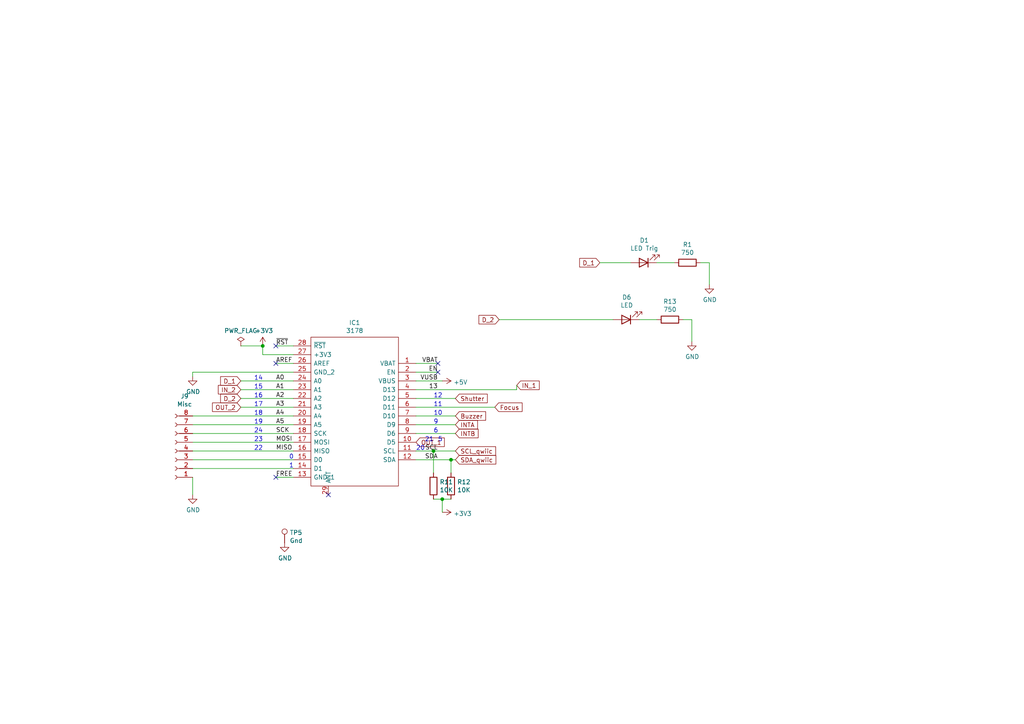
<source format=kicad_sch>
(kicad_sch (version 20230121) (generator eeschema)
  (paper "A4")
  (lib_symbols
    (symbol "CameraTriggerSensorNodeOnly-rescue:+3.3V-power" (power) (pin_names (offset 0))
      (property "Value" "+3.3V-power" (at 0 3.556 0))
      (symbol "+3.3V-power_0_1"
        (polyline (pts (xy -0.762 1.27) (xy 0 2.54)))
        (polyline (pts (xy 0 0) (xy 0 2.54)))
        (polyline (pts (xy 0 2.54) (xy 0.762 1.27)))
      )
      (symbol "+3.3V-power_1_1"
        (pin power_in line (at 0 0 90) (length 0) hide (name "+3V3") (number "1"))
      )
    )
    (symbol "CameraTriggerSensorNodeOnly-rescue:3178-SamacSys_Parts" (pin_names (offset 0.762))
      (property "Reference" "IC" (at 49.53 15.24 0))
      (property "Value" "3178-SamacSys_Parts" (at 49.53 12.7 0))
      (symbol "3178-SamacSys_Parts_0_0"
        (pin unspecified line (at 12.7 15.24 270) (length 5.08) (name "VBAT") (number "1"))
        (pin unspecified line (at 35.56 15.24 270) (length 5.08) (name "D5") (number "10"))
        (pin unspecified line (at 38.1 15.24 270) (length 5.08) (name "SCL") (number "11"))
        (pin unspecified line (at 40.64 15.24 270) (length 5.08) (name "SDA") (number "12"))
        (pin unspecified line (at 45.72 -20.32 90) (length 5.08) (name "GND_1") (number "13"))
        (pin unspecified line (at 43.18 -20.32 90) (length 5.08) (name "D1") (number "14"))
        (pin unspecified line (at 40.64 -20.32 90) (length 5.08) (name "D0") (number "15"))
        (pin unspecified line (at 38.1 -20.32 90) (length 5.08) (name "MISO") (number "16"))
        (pin unspecified line (at 35.56 -20.32 90) (length 5.08) (name "MOSI") (number "17"))
        (pin unspecified line (at 33.02 -20.32 90) (length 5.08) (name "SCK") (number "18"))
        (pin unspecified line (at 30.48 -20.32 90) (length 5.08) (name "A5") (number "19"))
        (pin unspecified line (at 15.24 15.24 270) (length 5.08) (name "EN") (number "2"))
        (pin unspecified line (at 27.94 -20.32 90) (length 5.08) (name "A4") (number "20"))
        (pin unspecified line (at 25.4 -20.32 90) (length 5.08) (name "A3") (number "21"))
        (pin unspecified line (at 22.86 -20.32 90) (length 5.08) (name "A2") (number "22"))
        (pin unspecified line (at 20.32 -20.32 90) (length 5.08) (name "A1") (number "23"))
        (pin unspecified line (at 17.78 -20.32 90) (length 5.08) (name "A0") (number "24"))
        (pin unspecified line (at 15.24 -20.32 90) (length 5.08) (name "GND_2") (number "25"))
        (pin unspecified line (at 12.7 -20.32 90) (length 5.08) (name "AREF") (number "26"))
        (pin unspecified line (at 10.16 -20.32 90) (length 5.08) (name "+3V3") (number "27"))
        (pin unspecified line (at 7.62 -20.32 90) (length 5.08) (name "~{RST}") (number "28"))
        (pin unspecified line (at 17.78 15.24 270) (length 5.08) (name "VBUS") (number "3"))
        (pin unspecified line (at 20.32 15.24 270) (length 5.08) (name "D13") (number "4"))
        (pin unspecified line (at 22.86 15.24 270) (length 5.08) (name "D12") (number "5"))
        (pin unspecified line (at 25.4 15.24 270) (length 5.08) (name "D11") (number "6"))
        (pin unspecified line (at 27.94 15.24 270) (length 5.08) (name "D10") (number "7"))
        (pin unspecified line (at 30.48 15.24 270) (length 5.08) (name "D9") (number "8"))
        (pin unspecified line (at 33.02 15.24 270) (length 5.08) (name "D6") (number "9"))
      )
      (symbol "3178-SamacSys_Parts_0_1"
        (polyline (pts (xy 5.08 10.16) (xy 48.26 10.16) (xy 48.26 -15.24) (xy 5.08 -15.24) (xy 5.08 10.16)) (stroke (width 0.1524)))
      )
      (symbol "3178-SamacSys_Parts_1_1"
        (pin output line (at 50.8 -10.16 180) (length 2.54) (name "ANT") (number "29"))
      )
    )
    (symbol "CameraTriggerSensorNodeOnly-rescue:Conn_01x08_Female-Connector" (pin_names (offset 1.016) hide)
      (property "Reference" "J" (at 0 10.16 0))
      (property "Value" "Connector_Conn_01x08_Female" (at 0 -12.7 0))
      (symbol "Conn_01x08_Female-Connector_1_1"
        (arc (start 0 -9.652) (mid -0.5058 -10.16) (end 0 -10.668) (stroke (width 0.1524)))
        (arc (start 0 -7.112) (mid -0.5058 -7.62) (end 0 -8.128) (stroke (width 0.1524)))
        (arc (start 0 -4.572) (mid -0.5058 -5.08) (end 0 -5.588) (stroke (width 0.1524)))
        (arc (start 0 -2.032) (mid -0.5058 -2.54) (end 0 -3.048) (stroke (width 0.1524)))
        (polyline (pts (xy -1.27 -10.16) (xy -0.508 -10.16)) (stroke (width 0.1524)))
        (polyline (pts (xy -1.27 -7.62) (xy -0.508 -7.62)) (stroke (width 0.1524)))
        (polyline (pts (xy -1.27 -5.08) (xy -0.508 -5.08)) (stroke (width 0.1524)))
        (polyline (pts (xy -1.27 -2.54) (xy -0.508 -2.54)) (stroke (width 0.1524)))
        (polyline (pts (xy -1.27 0) (xy -0.508 0)) (stroke (width 0.1524)))
        (polyline (pts (xy -1.27 2.54) (xy -0.508 2.54)) (stroke (width 0.1524)))
        (polyline (pts (xy -1.27 5.08) (xy -0.508 5.08)) (stroke (width 0.1524)))
        (polyline (pts (xy -1.27 7.62) (xy -0.508 7.62)) (stroke (width 0.1524)))
        (arc (start 0 0.508) (mid -0.5058 0) (end 0 -0.508) (stroke (width 0.1524)))
        (arc (start 0 3.048) (mid -0.5058 2.54) (end 0 2.032) (stroke (width 0.1524)))
        (arc (start 0 5.588) (mid -0.5058 5.08) (end 0 4.572) (stroke (width 0.1524)))
        (arc (start 0 8.128) (mid -0.5058 7.62) (end 0 7.112) (stroke (width 0.1524)))
        (pin passive line (at -5.08 7.62 0) (length 3.81) (name "Pin_1") (number "1"))
        (pin passive line (at -5.08 5.08 0) (length 3.81) (name "Pin_2") (number "2"))
        (pin passive line (at -5.08 2.54 0) (length 3.81) (name "Pin_3") (number "3"))
        (pin passive line (at -5.08 0 0) (length 3.81) (name "Pin_4") (number "4"))
        (pin passive line (at -5.08 -2.54 0) (length 3.81) (name "Pin_5") (number "5"))
        (pin passive line (at -5.08 -5.08 0) (length 3.81) (name "Pin_6") (number "6"))
        (pin passive line (at -5.08 -7.62 0) (length 3.81) (name "Pin_7") (number "7"))
        (pin passive line (at -5.08 -10.16 0) (length 3.81) (name "Pin_8") (number "8"))
      )
    )
    (symbol "Connector:TestPoint" (pin_numbers hide) (pin_names (offset 0.762) hide)
      (property "Reference" "TP" (at 0 6.858 0))
      (property "Value" "TestPoint" (at 0 5.08 0))
      (symbol "TestPoint_0_1"
        (circle (center 0 3.302) (radius 0.762))
      )
      (symbol "TestPoint_1_1"
        (pin passive line (at 0 0 90) (length 2.54) (name "1") (number "1"))
      )
    )
    (symbol "Device:LED" (pin_numbers hide) (pin_names (offset 1.016) hide)
      (property "Reference" "D" (at 0 2.54 0))
      (property "Value" "LED" (at 0 -2.54 0))
      (symbol "LED_0_1"
        (polyline (pts (xy -1.27 -1.27) (xy -1.27 1.27)) (stroke (width 0.254)))
        (polyline (pts (xy -1.27 0) (xy 1.27 0)))
        (polyline (pts (xy 1.27 -1.27) (xy 1.27 1.27) (xy -1.27 0) (xy 1.27 -1.27)) (stroke (width 0.254)))
        (polyline (pts (xy -3.048 -0.762) (xy -4.572 -2.286) (xy -3.81 -2.286) (xy -4.572 -2.286) (xy -4.572 -1.524)))
        (polyline (pts (xy -1.778 -0.762) (xy -3.302 -2.286) (xy -2.54 -2.286) (xy -3.302 -2.286) (xy -3.302 -1.524)))
      )
      (symbol "LED_1_1"
        (pin passive line (at -3.81 0 0) (length 2.54) (name "K") (number "1"))
        (pin passive line (at 3.81 0 180) (length 2.54) (name "A") (number "2"))
      )
    )
    (symbol "Device:R" (pin_numbers hide) (pin_names (offset 0))
      (property "Reference" "R" (at 2.032 0 90))
      (property "Value" "R" (at 0 0 90))
      (symbol "R_0_1"
        (rectangle (start -1.016 -2.54) (end 1.016 2.54) (stroke (width 0.254)))
      )
      (symbol "R_1_1"
        (pin passive line (at 0 3.81 270) (length 1.27) (name "~") (number "1"))
        (pin passive line (at 0 -3.81 90) (length 1.27) (name "~") (number "2"))
      )
    )
    (symbol "power:+5V" (power) (pin_names (offset 0))
      (property "Value" "+5V" (at 0 3.556 0))
      (symbol "+5V_0_1"
        (polyline (pts (xy -0.762 1.27) (xy 0 2.54)))
        (polyline (pts (xy 0 0) (xy 0 2.54)))
        (polyline (pts (xy 0 2.54) (xy 0.762 1.27)))
      )
      (symbol "+5V_1_1"
        (pin power_in line (at 0 0 90) (length 0) hide (name "+5V") (number "1"))
      )
    )
    (symbol "power:GND" (power) (pin_names (offset 0))
      (property "Value" "GND" (at 0 -3.81 0))
      (symbol "GND_0_1"
        (polyline (pts (xy 0 0) (xy 0 -1.27) (xy 1.27 -1.27) (xy 0 -2.54) (xy -1.27 -1.27) (xy 0 -1.27)))
      )
      (symbol "GND_1_1"
        (pin power_in line (at 0 0 270) (length 0) hide (name "GND") (number "1"))
      )
    )
    (symbol "power:PWR_FLAG" (power) (pin_numbers hide) (pin_names (offset 0) hide)
      (property "Value" "PWR_FLAG" (at 0 3.81 0))
      (symbol "PWR_FLAG_0_0"
        (pin power_out line (at 0 0 90) (length 0) (name "pwr") (number "1"))
      )
      (symbol "PWR_FLAG_0_1"
        (polyline (pts (xy 0 0) (xy 0 1.27) (xy -1.016 1.905) (xy 0 2.54) (xy 1.016 1.905) (xy 0 1.27)))
      )
    )
  )
  (junction (at 125.73 130.81))
  (junction (at 76.2 100.33))
  (junction (at 128.27 144.78))
  (junction (at 130.81 133.35))
  (no_connect (at 80.01 100.33))
  (no_connect (at 80.01 138.43))
  (no_connect (at 127 105.41))
  (no_connect (at 127 107.95))
  (no_connect (at 80.01 105.41))
  (no_connect (at 95.25 143.51))
  (wire (pts (xy 120.65 118.11) (xy 143.51 118.11)))
  (wire (pts (xy 203.2 76.2) (xy 205.74 76.2)))
  (wire (pts (xy 120.65 115.57) (xy 132.08 115.57)))
  (wire (pts (xy 120.65 107.95) (xy 127 107.95)))
  (wire (pts (xy 120.65 130.81) (xy 125.73 130.81)))
  (wire (pts (xy 55.88 138.43) (xy 55.88 143.51)))
  (wire (pts (xy 200.66 92.71) (xy 200.66 99.06)))
  (wire (pts (xy 85.09 128.27) (xy 55.88 128.27)))
  (wire (pts (xy 190.5 76.2) (xy 195.58 76.2)))
  (wire (pts (xy 120.65 125.73) (xy 132.08 125.73)))
  (wire (pts (xy 198.12 92.71) (xy 200.66 92.71)))
  (wire (pts (xy 85.09 130.81) (xy 55.88 130.81)))
  (wire (pts (xy 130.81 133.35) (xy 130.81 137.16)))
  (wire (pts (xy 120.65 120.65) (xy 132.08 120.65)))
  (wire (pts (xy 80.01 138.43) (xy 85.09 138.43)))
  (wire (pts (xy 173.99 76.2) (xy 182.88 76.2)))
  (wire (pts (xy 80.01 100.33) (xy 85.09 100.33)))
  (wire (pts (xy 69.85 113.03) (xy 85.09 113.03)))
  (wire (pts (xy 85.09 125.73) (xy 55.88 125.73)))
  (wire (pts (xy 69.85 110.49) (xy 85.09 110.49)))
  (wire (pts (xy 125.73 144.78) (xy 128.27 144.78)))
  (wire (pts (xy 128.27 144.78) (xy 130.81 144.78)))
  (wire (pts (xy 76.2 100.33) (xy 76.2 102.87)))
  (wire (pts (xy 144.78 92.71) (xy 177.8 92.71)))
  (wire (pts (xy 85.09 120.65) (xy 55.88 120.65)))
  (wire (pts (xy 120.65 110.49) (xy 128.27 110.49)))
  (wire (pts (xy 125.73 130.81) (xy 132.08 130.81)))
  (wire (pts (xy 80.01 105.41) (xy 85.09 105.41)))
  (wire (pts (xy 85.09 133.35) (xy 55.88 133.35)))
  (wire (pts (xy 205.74 76.2) (xy 205.74 82.55)))
  (wire (pts (xy 120.65 105.41) (xy 127 105.41)))
  (wire (pts (xy 69.85 100.33) (xy 76.2 100.33)))
  (wire (pts (xy 69.85 115.57) (xy 85.09 115.57)))
  (wire (pts (xy 85.09 123.19) (xy 55.88 123.19)))
  (wire (pts (xy 120.65 123.19) (xy 132.08 123.19)))
  (wire (pts (xy 55.88 107.95) (xy 85.09 107.95)))
  (wire (pts (xy 185.42 92.71) (xy 190.5 92.71)))
  (wire (pts (xy 76.2 102.87) (xy 85.09 102.87)))
  (wire (pts (xy 128.27 144.78) (xy 128.27 148.59)))
  (wire (pts (xy 125.73 130.81) (xy 125.73 137.16)))
  (wire (pts (xy 130.81 133.35) (xy 132.08 133.35)))
  (wire (pts (xy 149.86 113.03) (xy 149.86 111.76)))
  (wire (pts (xy 120.65 133.35) (xy 130.81 133.35)))
  (wire (pts (xy 55.88 109.22) (xy 55.88 107.95)))
  (wire (pts (xy 69.85 118.11) (xy 85.09 118.11)))
  (wire (pts (xy 120.65 113.03) (xy 149.86 113.03)))
  (wire (pts (xy 85.09 135.89) (xy 55.88 135.89)))
  (text "9" (at 125.73 123.19 0) (effects (font (size 1.27 1.27)) (justify left bottom)))
  (text "21" (at 123.19 128.27 0) (effects (font (size 1.27 1.27)) (justify left bottom)))
  (text "24" (at 73.66 125.73 0) (effects (font (size 1.27 1.27)) (justify left bottom)))
  (text "17" (at 73.66 118.11 0) (effects (font (size 1.27 1.27)) (justify left bottom)))
  (text "11" (at 125.73 118.11 0) (effects (font (size 1.27 1.27)) (justify left bottom)))
  (text "22" (at 73.66 130.81 0) (effects (font (size 1.27 1.27)) (justify left bottom)))
  (text "23" (at 73.66 128.27 0) (effects (font (size 1.27 1.27)) (justify left bottom)))
  (text "1" (at 83.82 135.89 0) (effects (font (size 1.27 1.27)) (justify left bottom)))
  (text "16" (at 73.66 115.57 0) (effects (font (size 1.27 1.27)) (justify left bottom)))
  (text "0" (at 83.82 133.35 0) (effects (font (size 1.27 1.27)) (justify left bottom)))
  (text "14" (at 73.66 110.49 0) (effects (font (size 1.27 1.27)) (justify left bottom)))
  (text "20" (at 120.65 130.81 0) (effects (font (size 1.27 1.27)) (justify left bottom)))
  (text "6" (at 125.73 125.73 0) (effects (font (size 1.27 1.27)) (justify left bottom)))
  (text "19" (at 73.66 123.19 0) (effects (font (size 1.27 1.27)) (justify left bottom)))
  (text "12" (at 125.73 115.57 0) (effects (font (size 1.27 1.27)) (justify left bottom)))
  (text "10" (at 125.73 120.65 0) (effects (font (size 1.27 1.27)) (justify left bottom)))
  (text "15" (at 73.66 113.03 0) (effects (font (size 1.27 1.27)) (justify left bottom)))
  (text "18" (at 73.66 120.65 0) (effects (font (size 1.27 1.27)) (justify left bottom)))
  (text "5" (at 127 128.27 0) (effects (font (size 1.27 1.27)) (justify left bottom)))
  (label "AREF" (at 80.01 105.41 0))
  (label "MOSI" (at 80.01 128.27 0))
  (label "~{RST}" (at 80.01 100.33 0))
  (label "SDA" (at 127 133.35 180))
  (label "SCK" (at 80.01 125.73 0))
  (label "A3" (at 80.01 118.11 0))
  (label "A5" (at 80.01 123.19 0))
  (label "SCL" (at 127 130.81 180))
  (label "MISO" (at 80.01 130.81 0))
  (label "VUSB" (at 127 110.49 180))
  (label "A4" (at 80.01 120.65 0))
  (label "VBAT" (at 127 105.41 180))
  (label "FREE" (at 80.01 138.43 0))
  (label "A1" (at 80.01 113.03 0))
  (label "13" (at 127 113.03 180))
  (label "A2" (at 80.01 115.57 0))
  (label "EN" (at 127 107.95 180))
  (label "A0" (at 80.01 110.49 0))
  (global_label "INTA" (shape input) (at 132.08 123.19 0) (property "Intersheetrefs" "${INTERSHEET_REFS}" (effects hide)))
  (global_label "D_1" (shape input) (at 69.85 110.49 180) (property "Intersheetrefs" "${INTERSHEET_REFS}" (effects hide)))
  (global_label "Focus" (shape input) (at 143.51 118.11 0) (property "Intersheetrefs" "${INTERSHEET_REFS}" (effects hide)))
  (global_label "INTB" (shape input) (at 132.08 125.73 0) (property "Intersheetrefs" "${INTERSHEET_REFS}" (effects hide)))
  (global_label "OUT_1" (shape input) (at 120.65 128.27 0) (property "Intersheetrefs" "${INTERSHEET_REFS}" (effects hide)))
  (global_label "D_1" (shape input) (at 173.99 76.2 180) (property "Intersheetrefs" "${INTERSHEET_REFS}" (effects hide)))
  (global_label "Shutter" (shape input) (at 132.08 115.57 0) (property "Intersheetrefs" "${INTERSHEET_REFS}" (effects hide)))
  (global_label "D_2" (shape input) (at 69.85 115.57 180) (property "Intersheetrefs" "${INTERSHEET_REFS}" (effects hide)))
  (global_label "IN_2" (shape input) (at 69.85 113.03 180) (property "Intersheetrefs" "${INTERSHEET_REFS}" (effects hide)))
  (global_label "Buzzer" (shape input) (at 132.08 120.65 0) (property "Intersheetrefs" "${INTERSHEET_REFS}" (effects hide)))
  (global_label "D_2" (shape input) (at 144.78 92.71 180) (property "Intersheetrefs" "${INTERSHEET_REFS}" (effects hide)))
  (global_label "SDA_qwiic" (shape input) (at 132.08 133.35 0) (property "Intersheetrefs" "${INTERSHEET_REFS}" (effects hide)))
  (global_label "OUT_2" (shape input) (at 69.85 118.11 180) (property "Intersheetrefs" "${INTERSHEET_REFS}" (effects hide)))
  (global_label "IN_1" (shape input) (at 149.86 111.76 0) (property "Intersheetrefs" "${INTERSHEET_REFS}" (effects hide)))
  (global_label "SCL_qwiic" (shape input) (at 132.08 130.81 0) (property "Intersheetrefs" "${INTERSHEET_REFS}" (effects hide)))
  (symbol (lib_id "CameraTriggerSensorNodeOnly-rescue:3178-SamacSys_Parts") (at 105.41 92.71 270) (unit 1)
    (property "Reference" "IC1" (at 102.87 93.599 90))
    (property "Value" "3178" (at 102.87 95.9104 90))
    (property "Footprint" "3178" (effects hide))
    (property "Datasheet" "https://componentsearchengine.com/Datasheets/1/3403.pdf" (effects hide))
    (property "Description" "Adafruit Feather M0 with RFM95 LoRa Radio - 900MHz - RadioFruit" (effects hide))
    (property "Height" "8" (effects hide))
    (property "Mouser2 Part Number" "485-3178" (effects hide))
    (property "Mouser2 Price/Stock" "https://www.mouser.com/Search/Refine.aspx?Keyword=485-3178" (effects hide))
    (property "Manufacturer_Name" "Adafruit" (effects hide))
    (property "Manufacturer_Part_Number" "3178" (effects hide))
  )
  (symbol (lib_id "power:+5V") (at 128.27 110.49 270) (unit 1)
    (property "Reference" "#PWR03" (effects hide))
    (property "Value" "+5V" (at 131.5212 110.871 90) (effects (justify left)))
  )
  (symbol (lib_id "power:GND") (at 55.88 109.22 0) (unit 1)
    (property "Reference" "#PWR01" (effects hide))
    (property "Value" "GND" (at 56.007 113.6142 0))
  )
  (symbol (lib_id "power:PWR_FLAG") (at 69.85 100.33 0) (unit 1)
    (property "Reference" "#FLG01" (effects hide))
    (property "Value" "PWR_FLAG" (at 69.85 95.9358 0))
  )
  (symbol (lib_id "CameraTriggerSensorNodeOnly-rescue:+3.3V-power") (at 76.2 100.33 0) (unit 1)
    (property "Reference" "#PWR02" (effects hide))
    (property "Value" "+3.3V" (at 76.581 95.9358 0))
  )
  (symbol (lib_id "power:GND") (at 205.74 82.55 0) (unit 1)
    (property "Reference" "#PWR04" (effects hide))
    (property "Value" "GND" (at 205.867 86.9442 0))
  )
  (symbol (lib_id "Device:R") (at 199.39 76.2 270) (unit 1)
    (property "Reference" "R1" (at 199.39 70.9422 90))
    (property "Value" "750" (at 199.39 73.2536 90))
    (property "Footprint" "Resistor_SMD:R_0603_1608Metric" (effects hide))
    (property "LCSC" "C23241" (effects hide))
  )
  (symbol (lib_id "Device:LED") (at 186.69 76.2 180) (unit 1)
    (property "Reference" "D1" (at 186.8678 69.723 0))
    (property "Value" "LED Trig" (at 186.8678 72.0344 0))
    (property "Footprint" "LED_SMD:LED_0805_2012Metric_Pad1.15x1.40mm_HandSolder" (effects hide))
  )
  (symbol (lib_id "Connector:TestPoint") (at 82.55 157.48 0) (unit 1)
    (property "Reference" "TP5" (at 84.0232 154.4828 0) (effects (justify left)))
    (property "Value" "Gnd" (at 84.0232 156.7942 0) (effects (justify left)))
    (property "Footprint" "TestPoint:TestPoint_Keystone_5000-5004_Miniature" (effects hide))
  )
  (symbol (lib_id "power:GND") (at 82.55 157.48 0) (unit 1)
    (property "Reference" "#PWR045" (effects hide))
    (property "Value" "GND" (at 82.677 161.8742 0))
  )
  (symbol (lib_id "Device:R") (at 125.73 140.97 0) (unit 1)
    (property "Reference" "R11" (at 127.508 139.8016 0) (effects (justify left)))
    (property "Value" "10K" (at 127.508 142.113 0) (effects (justify left)))
    (property "Footprint" "Resistor_SMD:R_0603_1608Metric" (effects hide))
    (property "LCSC" "C25804" (effects hide))
  )
  (symbol (lib_id "Device:R") (at 130.81 140.97 0) (unit 1)
    (property "Reference" "R12" (at 132.588 139.8016 0) (effects (justify left)))
    (property "Value" "10K" (at 132.588 142.113 0) (effects (justify left)))
    (property "Footprint" "Resistor_SMD:R_0603_1608Metric" (effects hide))
    (property "LCSC" "C25804" (effects hide))
  )
  (symbol (lib_id "CameraTriggerSensorNodeOnly-rescue:+3.3V-power") (at 128.27 148.59 270) (unit 1)
    (property "Reference" "#PWR035" (effects hide))
    (property "Value" "+3.3V" (at 131.5212 148.971 90) (effects (justify left)))
  )
  (symbol (lib_id "power:GND") (at 200.66 99.06 0) (unit 1)
    (property "Reference" "#PWR040" (effects hide))
    (property "Value" "GND" (at 200.787 103.4542 0))
  )
  (symbol (lib_id "Device:R") (at 194.31 92.71 270) (unit 1)
    (property "Reference" "R13" (at 194.31 87.4522 90))
    (property "Value" "750" (at 194.31 89.7636 90))
    (property "Footprint" "Resistor_SMD:R_0603_1608Metric" (effects hide))
    (property "LCSC" "C23241" (effects hide))
  )
  (symbol (lib_id "Device:LED") (at 181.61 92.71 180) (unit 1)
    (property "Reference" "D6" (at 181.7878 86.233 0))
    (property "Value" "LED" (at 181.7878 88.5444 0))
    (property "Footprint" "LED_SMD:LED_0805_2012Metric_Pad1.15x1.40mm_HandSolder" (effects hide))
  )
  (symbol (lib_id "CameraTriggerSensorNodeOnly-rescue:Conn_01x08_Female-Connector") (at 50.8 130.81 180) (unit 1)
    (property "Reference" "J9" (at 53.5432 114.935 0))
    (property "Value" "Misc" (at 53.5432 117.2464 0))
    (property "Footprint" "Connector_PinHeader_2.54mm:PinHeader_1x08_P2.54mm_Vertical" (effects hide))
  )
  (symbol (lib_id "power:GND") (at 55.88 143.51 0) (unit 1)
    (property "Reference" "#PWR039" (effects hide))
    (property "Value" "GND" (at 56.007 147.9042 0))
  )
)
</source>
